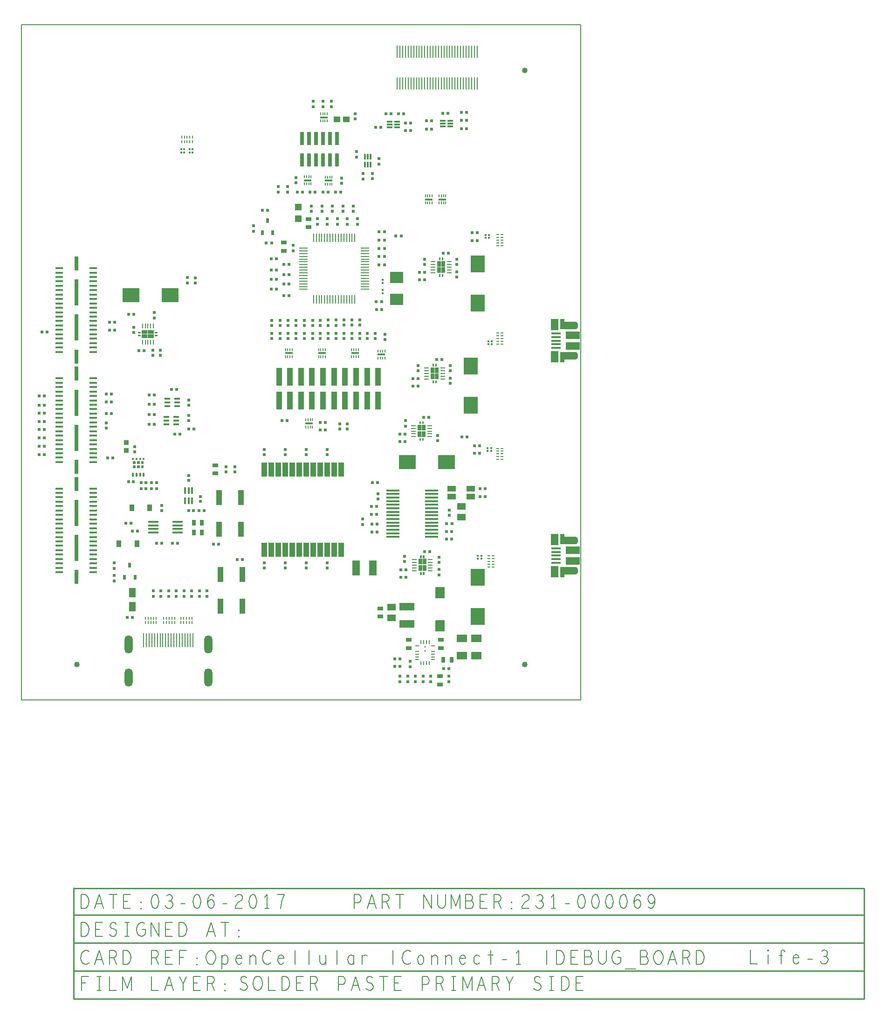
<source format=gbr>
G04 ================== begin FILE IDENTIFICATION RECORD ==================*
G04 Layout Name:  OC_Connect-1_DEBUG_Life-3.brd*
G04 Film Name:    sppr.gbr*
G04 File Format:  Gerber RS274X*
G04 File Origin:  Cadence Allegro 16.6-2015-S065*
G04 Origin Date:  Mon Mar 06 16:55:42 2017*
G04 *
G04 Layer:  PACKAGE GEOMETRY/PASTEMASK_TOP*
G04 Layer:  PIN/PASTEMASK_TOP*
G04 Layer:  DRAWING FORMAT/SPPR*
G04 Layer:  DRAWING FORMAT/FILM_LABEL_OUTLINE*
G04 Layer:  BOARD GEOMETRY/OUTLINE*
G04 *
G04 Offset:    (0.000 0.000)*
G04 Mirror:    No*
G04 Mode:      Positive*
G04 Rotation:  0*
G04 FullContactRelief:  No*
G04 UndefLineWidth:     6.000*
G04 ================== end FILE IDENTIFICATION RECORD ====================*
%FSLAX25Y25*MOIN*%
%IR0*IPPOS*OFA0.00000B0.00000*MIA0B0*SFA1.00000B1.00000*%
%ADD12R,.025X.1*%
%ADD59R,.066929X.07874*%
%ADD51R,.010984X.089488*%
%ADD41R,.11X.055*%
%ADD42R,.055X.11*%
%AMMACRO65*
4,1,23,-.062008,.035925,
.050071,.035925,
.052666,.035031,
.055067,.0337,
.0572,.031973,
.059001,.029901,
.060415,.027548,
.061398,.024985,
.061922,.022291,
.062008,.020645,
.062008,.000397,
.061769,-.002338,
.061058,-.004989,
.059898,-.007477,
.058324,-.009726,
.056383,-.011667,
.054134,-.013242,
.051646,-.014402,
.048995,-.015112,
.047984,-.015257,
-.034449,-.015257,
-.034449,-.035926,
-.062008,-.035926,
-.062008,.035925,
0.0*
%
%ADD65MACRO65*%
%ADD63R,.068898X.015748*%
%ADD15O,.059X.13*%
%AMMACRO66*
4,1,23,-.062008,-.035926,
.050071,-.035926,
.052666,-.035032,
.055067,-.033701,
.0572,-.031974,
.059001,-.029902,
.060415,-.027549,
.061398,-.024986,
.061922,-.022292,
.062008,-.020646,
.062008,-.000398,
.061769,.002337,
.061058,.004988,
.059898,.007476,
.058324,.009725,
.056383,.011666,
.054134,.013241,
.051646,.014401,
.048995,.015111,
.047984,.015256,
-.034449,.015256,
-.034449,.035925,
-.062008,.035925,
-.062008,-.035926,
0.0*
%
%ADD66MACRO66*%
%ADD34R,.04016X.10315*%
%ADD13R,.025X.185*%
%ADD55R,.019X.008*%
%ADD16R,.008X.019*%
%ADD57R,.008661X.014173*%
%ADD46R,.009843X.061024*%
%ADD35R,.040157X.129921*%
%ADD38R,.061024X.009843*%
%ADD32R,.03937X.108268*%
%ADD58R,.008661X.015748*%
%ADD29R,.12X.1*%
%ADD56R,.1X.12*%
%ADD36R,.008661X.019685*%
%ADD53R,.027559X.009843*%
%ADD52R,.009843X.027559*%
%ADD47R,.012X.015*%
%ADD27R,.04X.015*%
%ADD22R,.017X.05*%
%ADD17R,.05X.07*%
%ADD49R,.039X.012*%
%ADD48R,.012X.039*%
%ADD33R,.043X.028*%
%ADD28R,.038X.032*%
%ADD21R,.028X.043*%
%ADD10C,.04*%
%ADD20R,.075X.015*%
%ADD43R,.059X.051*%
%ADD11R,.057X.018*%
%ADD54R,.075X.055*%
%ADD23R,.02X.02*%
%ADD44R,.095X.018*%
%ADD14R,.021X.021*%
%ADD45R,.094X.079*%
%ADD30R,.011024X.033465*%
%ADD60R,.033465X.011024*%
%ADD31R,.011811X.011811*%
%ADD19R,.023622X.033465*%
%ADD26R,.035827X.048031*%
%ADD50R,.045276X.043307*%
%ADD39R,.047244X.047244*%
%ADD64R,.098425X.056102*%
%ADD24R,.016535X.017717*%
%ADD37R,.055118X.015748*%
%ADD62R,.055118X.07874*%
%ADD61R,.059055X.03937*%
%ADD25R,.016535X.027559*%
%ADD40R,.029134X.094488*%
%ADD18R,.011X.102*%
%ADD67C,.01*%
%ADD68C,.006*%
G75*
%LPD*%
G75*
G36*
G01X79563Y170732D02*
Y168764D01*
X81532D01*
Y170732D01*
X79563D01*
G37*
G36*
G01X85468D02*
Y168764D01*
X87437D01*
Y170732D01*
X85468D01*
G37*
G36*
G01X82516D02*
Y168764D01*
X84484D01*
Y170732D01*
X82516D01*
G37*
G36*
G01X79563Y167780D02*
Y165811D01*
X81532D01*
Y167780D01*
X79563D01*
G37*
G36*
G01X82516D02*
Y165811D01*
X84484D01*
Y167780D01*
X82516D01*
G37*
G36*
G01X85468D02*
Y165811D01*
X87437D01*
Y167780D01*
X85468D01*
G37*
G36*
G01X97402Y261012D02*
X95434D01*
Y259988D01*
X97402D01*
Y261012D01*
G37*
G36*
G01Y263012D02*
X95434D01*
Y261988D01*
X97402D01*
Y263012D01*
G37*
G36*
G01X85402D02*
X83434D01*
Y261988D01*
X85402D01*
Y263012D01*
G37*
G36*
G01Y261012D02*
X83434D01*
Y259988D01*
X85402D01*
Y261012D01*
G37*
G36*
G01X94485Y264339D02*
X90418D01*
Y261661D01*
X94485D01*
Y264339D01*
G37*
G36*
G01X89918D02*
X85851D01*
Y261661D01*
X89918D01*
Y264339D01*
G37*
G36*
G01Y261339D02*
X85851D01*
Y258661D01*
X89918D01*
Y261339D01*
G37*
G36*
G01X94485D02*
X90418D01*
Y258661D01*
X94485D01*
Y261339D01*
G37*
G36*
G01X286130Y89416D02*
Y91384D01*
X285106D01*
Y89416D01*
X286130D01*
G37*
G36*
G01X288130D02*
Y91384D01*
X287106D01*
Y89416D01*
X288130D01*
G37*
G36*
G01Y101416D02*
Y103384D01*
X287106D01*
Y101416D01*
X288130D01*
G37*
G36*
G01X286130D02*
Y103384D01*
X285106D01*
Y101416D01*
X286130D01*
G37*
G36*
G01X289457Y92333D02*
Y96400D01*
X286780D01*
Y92333D01*
X289457D01*
G37*
G36*
G01Y96900D02*
Y100967D01*
X286780D01*
Y96900D01*
X289457D01*
G37*
G36*
G01X286457D02*
Y100967D01*
X283780D01*
Y96900D01*
X286457D01*
G37*
G36*
G01Y92333D02*
Y96400D01*
X283780D01*
Y92333D01*
X286457D01*
G37*
G36*
G01X294830Y226316D02*
Y228284D01*
X293806D01*
Y226316D01*
X294830D01*
G37*
G36*
G01X296830D02*
Y228284D01*
X295806D01*
Y226316D01*
X296830D01*
G37*
G36*
G01Y238316D02*
Y240284D01*
X295806D01*
Y238316D01*
X296830D01*
G37*
G36*
G01X294830D02*
Y240284D01*
X293806D01*
Y238316D01*
X294830D01*
G37*
G36*
G01X298157Y229233D02*
Y233300D01*
X295480D01*
Y229233D01*
X298157D01*
G37*
G36*
G01Y233800D02*
Y237867D01*
X295480D01*
Y233800D01*
X298157D01*
G37*
G36*
G01X295157D02*
Y237867D01*
X292480D01*
Y233800D01*
X295157D01*
G37*
G36*
G01Y229233D02*
Y233300D01*
X292480D01*
Y229233D01*
X295157D01*
G37*
G36*
G01X285630Y185216D02*
Y187184D01*
X284606D01*
Y185216D01*
X285630D01*
G37*
G36*
G01X287630D02*
Y187184D01*
X286606D01*
Y185216D01*
X287630D01*
G37*
G36*
G01Y197216D02*
Y199184D01*
X286606D01*
Y197216D01*
X287630D01*
G37*
G36*
G01X285630D02*
Y199184D01*
X284606D01*
Y197216D01*
X285630D01*
G37*
G36*
G01X288957Y188133D02*
Y192200D01*
X286280D01*
Y188133D01*
X288957D01*
G37*
G36*
G01Y192700D02*
Y196767D01*
X286280D01*
Y192700D01*
X288957D01*
G37*
G36*
G01X285957D02*
Y196767D01*
X283280D01*
Y192700D01*
X285957D01*
G37*
G36*
G01Y188133D02*
Y192200D01*
X283280D01*
Y188133D01*
X285957D01*
G37*
G36*
G01X299530Y302316D02*
Y304284D01*
X298506D01*
Y302316D01*
X299530D01*
G37*
G36*
G01X301530D02*
Y304284D01*
X300506D01*
Y302316D01*
X301530D01*
G37*
G36*
G01Y314316D02*
Y316284D01*
X300506D01*
Y314316D01*
X301530D01*
G37*
G36*
G01X299530D02*
Y316284D01*
X298506D01*
Y314316D01*
X299530D01*
G37*
G36*
G01X302857Y305233D02*
Y309300D01*
X300180D01*
Y305233D01*
X302857D01*
G37*
G36*
G01Y309800D02*
Y313867D01*
X300180D01*
Y309800D01*
X302857D01*
G37*
G36*
G01X299857D02*
Y313867D01*
X297180D01*
Y309800D01*
X299857D01*
G37*
G36*
G01Y305233D02*
Y309300D01*
X297180D01*
Y305233D01*
X299857D01*
G37*
G54D10*
X39718Y25300D03*
X360000D03*
Y450000D03*
G54D11*
X51368Y94475D03*
Y97625D03*
Y100775D03*
X27068D03*
Y97625D03*
Y94475D03*
Y91325D03*
X51368D03*
Y103925D03*
X27068D03*
Y107075D03*
X51368D03*
Y116525D03*
Y110225D03*
Y113375D03*
X27068Y135425D03*
Y132275D03*
Y129125D03*
Y125975D03*
Y122825D03*
Y119675D03*
X51368D03*
Y122825D03*
Y125975D03*
Y129125D03*
Y132275D03*
Y135425D03*
X27068Y116525D03*
Y113375D03*
Y110225D03*
Y151175D03*
X51368D03*
X27068Y148025D03*
Y144875D03*
Y141725D03*
Y138575D03*
X51368D03*
Y141725D03*
Y144875D03*
Y148025D03*
Y173225D03*
Y170075D03*
X27068D03*
Y173225D03*
X51368Y195275D03*
Y192125D03*
Y188975D03*
Y185825D03*
Y182675D03*
Y179525D03*
Y176375D03*
X27068D03*
Y179525D03*
Y182675D03*
Y185825D03*
Y188975D03*
Y192125D03*
Y195275D03*
X51368Y226775D03*
Y223625D03*
Y220475D03*
Y217325D03*
Y214175D03*
Y211025D03*
Y207875D03*
Y204725D03*
Y201575D03*
Y198425D03*
X27068D03*
Y201575D03*
Y204725D03*
Y207875D03*
Y211025D03*
Y214175D03*
Y217325D03*
Y220475D03*
Y223625D03*
Y226775D03*
X51368Y229925D03*
X27068D03*
Y274025D03*
Y270875D03*
Y267725D03*
Y264575D03*
Y261425D03*
Y258275D03*
Y255125D03*
Y251975D03*
Y248825D03*
Y305525D03*
Y302375D03*
Y299225D03*
Y296075D03*
Y292925D03*
Y289775D03*
Y286625D03*
Y283475D03*
Y280325D03*
Y277175D03*
Y308675D03*
X51368Y248825D03*
Y251975D03*
Y255125D03*
Y258275D03*
Y261425D03*
Y264575D03*
Y267725D03*
Y270875D03*
Y274025D03*
Y277175D03*
Y280325D03*
Y283475D03*
Y286625D03*
Y289775D03*
Y292925D03*
Y296075D03*
Y299225D03*
Y302375D03*
Y305525D03*
Y308675D03*
G54D20*
X94118Y119700D03*
Y122260D03*
Y124820D03*
Y127380D03*
X111618D03*
Y124820D03*
Y122260D03*
Y119700D03*
G54D30*
X86480Y255706D03*
X88449D03*
X90418D03*
X92387D03*
X94356D03*
Y267294D03*
X92387D03*
X90418D03*
X88449D03*
X86480D03*
G54D21*
X123165Y119800D03*
X129071D03*
X123165Y126800D03*
X129071D03*
X301765Y28700D03*
X307671D03*
G54D12*
X39218Y88000D03*
Y154500D03*
Y166750D03*
Y233250D03*
Y245500D03*
Y312000D03*
G54D40*
X200457Y386156D03*
Y401510D03*
X225457Y386156D03*
X220457D03*
X215457D03*
X210457D03*
X205457D03*
X225457Y401510D03*
X220457D03*
X215457D03*
X210457D03*
X205457D03*
G54D31*
X114434Y391496D03*
X116402D03*
X120434D03*
X122402D03*
X114434Y393858D03*
X116402D03*
X120434D03*
X122402D03*
X326437Y100916D03*
X328799D03*
X326437Y102884D03*
X328799D03*
X333435Y179894D03*
X335797D03*
X333435Y177926D03*
X335797D03*
X334035Y256484D03*
X336397D03*
X334035Y254516D03*
X336397D03*
X331935Y332411D03*
X334297D03*
X331935Y330442D03*
X334297D03*
G54D22*
X119500Y149750D03*
X116950D03*
X122050D03*
Y142250D03*
X119500D03*
X116950D03*
G54D13*
X39218Y108750D03*
Y133750D03*
Y187500D03*
Y212500D03*
Y266250D03*
Y291250D03*
G54D50*
X225453Y415100D03*
X232147D03*
G54D14*
X12643Y175375D03*
X16384D03*
X12643Y217275D03*
X16384D03*
X12643Y193275D03*
X16384D03*
X12643Y199075D03*
X16384D03*
X12643Y204875D03*
X16384D03*
X12643Y210575D03*
X16384D03*
X12643Y181475D03*
X16384D03*
Y187475D03*
X12643D03*
X18289Y263053D03*
X14548D03*
X75548Y59000D03*
X79288D03*
X127118Y74130D03*
Y77870D03*
X110618Y74130D03*
Y77870D03*
X105118Y74130D03*
Y77870D03*
X121618Y74130D03*
Y77870D03*
X116118Y74130D03*
Y77870D03*
X99618Y74130D03*
Y77870D03*
X94118Y74130D03*
Y77870D03*
X66118Y85130D03*
Y88870D03*
Y97870D03*
Y94130D03*
X65320Y172900D03*
X61580D03*
X100288Y112000D03*
X96548D03*
X111520D03*
X107780D03*
X100118Y135330D03*
Y139070D03*
X79248Y120800D03*
X82988D03*
X78370Y126500D03*
X74630D03*
X60500Y194330D03*
Y198070D03*
X64320Y204725D03*
X60580D03*
X95088Y204000D03*
X91348D03*
X119718Y214370D03*
Y210630D03*
X95088Y211500D03*
X91348D03*
X119718Y199630D03*
Y203370D03*
X123289Y193829D03*
X119548D03*
X93918Y246230D03*
X99418D03*
X109648Y190000D03*
X113388D03*
X91348Y197000D03*
X95088D03*
X111088Y222000D03*
X107348D03*
X91348Y218000D03*
X95088D03*
X60580Y212950D03*
X64320D03*
X60580Y218550D03*
X64320D03*
X76448Y275800D03*
X80188D03*
X124318Y298030D03*
Y301770D03*
X118518Y298130D03*
Y301870D03*
X83848Y249700D03*
X87588D03*
X80418Y266370D03*
Y262630D03*
X93918Y249970D03*
X99418D03*
X94918Y276870D03*
Y273130D03*
X62912Y264250D03*
X66652D03*
X62912Y270050D03*
X66652D03*
X132618Y74130D03*
Y77870D03*
X157870Y100500D03*
X154130D03*
X173718Y94230D03*
Y97970D03*
X188718Y94230D03*
Y97970D03*
X203718Y94230D03*
Y97970D03*
X146118Y163030D03*
Y166770D03*
X152618Y163030D03*
Y166770D03*
X188718Y175330D03*
X203718D03*
X173718D03*
X140870Y111500D03*
X137130D03*
X188718Y179070D03*
X203718D03*
X173718D03*
X189988Y199600D03*
X186248D03*
X185018Y271370D03*
Y267630D03*
X196318Y271470D03*
Y267730D03*
X202218Y261970D03*
Y258230D03*
X196318Y261970D03*
Y258230D03*
X179018Y262070D03*
Y258330D03*
X184892Y262070D03*
Y258330D03*
X190718Y261970D03*
Y258230D03*
X187448Y311253D03*
X191188D03*
X178548Y307400D03*
X182288D03*
X202218Y267730D03*
Y271470D03*
X179018Y267630D03*
Y271370D03*
X190718Y267730D03*
Y271470D03*
X187448Y304200D03*
X191188D03*
X187448Y289200D03*
X191188D03*
X178548Y293800D03*
X182288D03*
X187548Y297473D03*
X191288D03*
X178548Y300600D03*
X182288D03*
X178548Y315400D03*
X182288D03*
X194218Y324934D03*
Y321194D03*
X190269Y363130D03*
Y366870D03*
X183769Y363130D03*
Y366870D03*
X197130Y363000D03*
X200870D03*
X196200Y373370D03*
Y369630D03*
X175888Y350100D03*
X172148D03*
X165918Y338870D03*
Y335130D03*
X178788Y326700D03*
X175048D03*
X270588Y24000D03*
X266848D03*
Y29500D03*
X270588D03*
X270718Y16870D03*
Y13130D03*
X276218D03*
Y16870D03*
X274018Y102770D03*
Y99030D03*
X218718Y94230D03*
Y97970D03*
X274888Y93200D03*
X271148D03*
X274888Y87700D03*
X271148D03*
X218718Y175330D03*
X254818Y147470D03*
Y143730D03*
X250548Y120100D03*
X254288D03*
X250248Y138400D03*
X253988D03*
X250948Y155500D03*
X254688D03*
X250548Y125700D03*
X254288D03*
X250248Y132800D03*
X253988D03*
X244018Y125530D03*
Y129270D03*
X218718Y179070D03*
X274518Y199570D03*
Y195830D03*
X233018Y193630D03*
Y197370D03*
X227518D03*
Y193630D03*
X217388Y198500D03*
X213648D03*
X217388Y193000D03*
X213648D03*
X274388Y184700D03*
X270648D03*
X274388Y190200D03*
X270648D03*
X224918Y271570D03*
Y267830D03*
X213518Y271470D03*
Y267730D03*
X208118Y271470D03*
Y267730D03*
X241937Y271720D03*
Y267980D03*
X236437Y271720D03*
Y267980D03*
X253848Y278900D03*
X257588D03*
X257488Y284700D03*
X253748D03*
X224918Y261970D03*
Y258230D03*
X213518Y261970D03*
Y258230D03*
X208118Y261970D03*
Y258230D03*
X259918Y257630D03*
Y261370D03*
X252918Y258230D03*
Y261970D03*
X247418Y258230D03*
Y261970D03*
X236418Y258230D03*
Y261970D03*
X230718Y258230D03*
Y261970D03*
X255748Y316900D03*
X259488D03*
X255748Y311121D03*
X259488D03*
X219218Y267830D03*
Y271570D03*
Y261970D03*
Y258230D03*
X241918Y261970D03*
Y258230D03*
X230718Y267930D03*
Y271670D03*
X255500Y386870D03*
Y383130D03*
X244300Y372530D03*
Y376270D03*
X251000Y372630D03*
Y376370D03*
X239500Y391870D03*
Y388130D03*
X215462Y363000D03*
X219202D03*
X228800Y373070D03*
Y369330D03*
X228370Y363000D03*
X224630D03*
X209870D03*
X206130D03*
X255748Y322800D03*
X259488D03*
X218697Y343870D03*
Y340130D03*
X229918Y349430D03*
Y353170D03*
X233018Y340130D03*
Y343870D03*
X237418Y349430D03*
Y353170D03*
X240118Y340130D03*
Y343870D03*
X214918Y353170D03*
Y349430D03*
X211718Y343870D03*
Y340130D03*
X207418Y353170D03*
Y349430D03*
X259488Y328700D03*
X255748D03*
X271488Y331700D03*
X267748D03*
X259488Y334700D03*
X255748D03*
X225918Y343870D03*
Y340130D03*
X222418Y353170D03*
Y349430D03*
X260630Y419000D03*
X264370D03*
X273370D03*
X269630D03*
X238600Y415230D03*
Y418970D03*
X274630Y412500D03*
Y407000D03*
X253130Y409500D03*
X256870D03*
X208744Y424130D03*
Y427870D03*
X221744Y424130D03*
Y427870D03*
X215457Y424130D03*
Y427870D03*
X277918Y23830D03*
Y27570D03*
X292718Y13130D03*
Y16870D03*
X305718D03*
Y13130D03*
X287218Y16870D03*
Y13130D03*
X305588Y22500D03*
X301848D03*
X281718Y16870D03*
Y13130D03*
X298518Y102170D03*
Y98430D03*
Y89530D03*
Y93270D03*
X306018Y135670D03*
Y131930D03*
X291920Y106100D03*
X288180D03*
X327836Y145428D03*
X331576D03*
X327836Y150928D03*
X331576D03*
X303999Y114877D03*
X307739D03*
X304018Y120403D03*
X307758D03*
X304048Y126000D03*
X307788D03*
X318688Y188200D03*
X314948D03*
X306718Y239170D03*
Y235430D03*
X283718Y239070D03*
Y235330D03*
X306718Y226430D03*
Y230170D03*
X291420Y202200D03*
X287680D03*
X283588Y229800D03*
X279848D03*
X283588Y224300D03*
X279848D03*
X323846Y176227D03*
X327586D03*
X323846Y181827D03*
X327586D03*
X300620Y243300D03*
X296880D03*
X297518Y185330D03*
Y189070D03*
X311418Y315170D03*
Y311430D03*
X288418Y315070D03*
Y311330D03*
X288288Y305800D03*
X284548D03*
X288288Y300300D03*
X284548D03*
X311418Y302430D03*
Y306170D03*
X305320Y319300D03*
X301580D03*
X322146Y334000D03*
X325886D03*
X322146Y328500D03*
X325886D03*
X318370Y408500D03*
X314630D03*
X289630Y408000D03*
X293370D03*
X278370Y412500D03*
Y407000D03*
X318370Y420000D03*
X314630D03*
X289630Y414000D03*
X293370D03*
X301342Y419500D03*
X305083D03*
X318370Y414500D03*
X314630D03*
G54D23*
X93000Y155500D03*
X96500D03*
X85500D03*
X89000D03*
X80000Y156000D03*
X76500D03*
X89000Y151000D03*
X85500D03*
X130500Y135500D03*
X127000D03*
X119500Y160500D03*
Y157000D03*
X128000Y145500D03*
Y142000D03*
X123000Y135500D03*
X119500D03*
X96500Y151000D03*
X93000D03*
X81000Y177500D03*
Y181000D03*
G54D32*
X157874Y89819D03*
Y67181D03*
X142126Y89819D03*
Y67181D03*
X141126Y122181D03*
Y144819D03*
X156874Y122181D03*
Y144819D03*
G54D41*
X275718Y66602D03*
Y54398D03*
G54D24*
X79661Y172504D03*
X82221D03*
X84780D03*
X87339D03*
G54D60*
X280824Y100338D03*
Y98369D03*
Y96400D03*
Y94431D03*
Y92462D03*
X292412D03*
Y94431D03*
Y96400D03*
Y98369D03*
Y100338D03*
X289524Y237238D03*
Y235269D03*
Y233300D03*
Y231331D03*
Y229362D03*
X301112D03*
Y231331D03*
Y233300D03*
Y235269D03*
Y237238D03*
X280324Y196138D03*
Y194169D03*
Y192200D03*
Y190231D03*
Y188262D03*
X291912D03*
Y190231D03*
Y192200D03*
Y194169D03*
Y196138D03*
X294224Y313238D03*
Y311269D03*
Y309300D03*
Y307331D03*
Y305362D03*
X305812D03*
Y307331D03*
Y309300D03*
Y311269D03*
Y313238D03*
G54D33*
X138468Y167853D03*
Y161947D03*
X205118Y343853D03*
Y337947D03*
X187718Y321111D03*
Y327017D03*
X256718Y65453D03*
Y59547D03*
X276918Y37008D03*
Y42914D03*
X299218Y11047D03*
Y16953D03*
X300002Y37008D03*
Y42914D03*
G54D15*
X133561Y16103D03*
X76475D03*
X133561Y39567D03*
X76475D03*
G54D42*
X239116Y94500D03*
X251320D03*
G54D51*
X274599Y463376D03*
X272631D03*
X270662D03*
X268694D03*
X274599Y440824D03*
X272631D03*
X270662D03*
X268694D03*
X325780Y463376D03*
X323812D03*
X321843D03*
X319875D03*
X317906D03*
X315938D03*
X313969D03*
X312001D03*
X310032D03*
X308064D03*
X306095D03*
X304127D03*
X302158D03*
X300190D03*
X298221D03*
X296253D03*
X294284D03*
X292316D03*
X290347D03*
X288379D03*
X286410D03*
X284442D03*
X282473D03*
X280505D03*
X278536D03*
X276568D03*
X325780Y440824D03*
X323812D03*
X321843D03*
X319875D03*
X317906D03*
X315938D03*
X313969D03*
X312001D03*
X310032D03*
X308064D03*
X306095D03*
X304127D03*
X302158D03*
X300190D03*
X298221D03*
X296253D03*
X294284D03*
X292316D03*
X290347D03*
X288379D03*
X286410D03*
X284442D03*
X282473D03*
X280505D03*
X278536D03*
X276568D03*
G54D25*
X79661Y160988D03*
X82221D03*
X84780D03*
X87339D03*
G54D61*
X321294Y150925D03*
Y145425D03*
X307494Y150925D03*
Y145425D03*
G54D43*
X264718Y66437D03*
Y58563D03*
X314718Y130563D03*
Y138437D03*
G54D52*
X285665Y26320D03*
X287634D03*
X289602D03*
X291571D03*
X285665Y41280D03*
X287634D03*
X289602D03*
X291571D03*
G54D16*
X121855Y58426D03*
X119887D03*
X117918D03*
X115949D03*
X113981D03*
Y55374D03*
X115949D03*
X117918D03*
X119887D03*
X121855D03*
X88509D03*
X90477D03*
X92446D03*
X94415D03*
X96383D03*
Y58426D03*
X94415D03*
X92446D03*
X90477D03*
X88509D03*
X101745Y55374D03*
X103713D03*
X105682D03*
X107651D03*
X109619D03*
Y58426D03*
X107651D03*
X105682D03*
X103713D03*
X101745D03*
X122355Y402203D03*
X120387D03*
X118418D03*
X116449D03*
X114481D03*
Y399151D03*
X116449D03*
X118418D03*
X120387D03*
X122355D03*
G54D34*
X173718Y164600D03*
X178718D03*
X183718D03*
X188718D03*
X193718D03*
X198718D03*
X203718D03*
Y107400D03*
X198718D03*
X193718D03*
X188718D03*
X183718D03*
X178718D03*
X173718D03*
X208718Y164600D03*
X213718D03*
X218718D03*
X223718D03*
X228718D03*
Y107400D03*
X223718D03*
X218718D03*
X213718D03*
X208718D03*
G54D62*
X381420Y91786D03*
Y114620D03*
Y245386D03*
Y268220D03*
G54D26*
X82555Y111800D03*
X69681D03*
X91755Y137300D03*
X78881D03*
G54D44*
X265639Y149834D03*
Y147275D03*
Y144716D03*
Y142157D03*
Y139598D03*
Y137039D03*
Y134480D03*
Y131920D03*
Y129361D03*
Y126802D03*
Y124243D03*
Y121684D03*
Y119125D03*
Y116566D03*
X293198D03*
Y119125D03*
Y121684D03*
Y124243D03*
Y126802D03*
Y129361D03*
Y131920D03*
Y134480D03*
Y137039D03*
Y139598D03*
Y142157D03*
Y144716D03*
Y147275D03*
Y149834D03*
G54D17*
X79418Y76800D03*
Y66800D03*
G54D53*
X283106Y28879D03*
X294130D03*
X283106Y30847D03*
Y32816D03*
Y34784D03*
Y38721D03*
X294130Y30847D03*
Y32816D03*
Y34784D03*
Y38721D03*
G54D35*
X199866Y214100D03*
X191992D03*
X184118D03*
X199866Y230911D03*
X191992D03*
X184118D03*
X254984Y214100D03*
X247110D03*
X239236D03*
X231362D03*
X223488D03*
X215614D03*
X207740D03*
X254984Y230911D03*
X247110D03*
X239236D03*
X231362D03*
X223488D03*
X215614D03*
X207740D03*
G54D18*
X87302Y42559D03*
X89270D03*
X91239D03*
X93207D03*
X95176D03*
X97144D03*
X99113D03*
X101081D03*
X103050D03*
X105018D03*
X106987D03*
X108955D03*
X110924D03*
X112892D03*
X114861D03*
X116829D03*
X118798D03*
X120766D03*
X122735D03*
G54D45*
X268318Y286226D03*
Y301974D03*
G54D54*
X325318Y31798D03*
X314818Y31698D03*
X325318Y44002D03*
X314818Y43902D03*
G54D27*
X110718Y202300D03*
Y199740D03*
Y197180D03*
X103718D03*
Y199740D03*
Y202300D03*
X104218Y210200D03*
Y212760D03*
Y215320D03*
X111218D03*
Y212760D03*
Y210200D03*
G54D36*
X193567Y245380D03*
X191992D03*
X190417D03*
X188842D03*
X203356Y200220D03*
Y195180D03*
X193567Y250420D03*
X191992D03*
X190417D03*
X188842D03*
X203882Y374020D03*
Y368980D03*
X202307Y374020D03*
Y368980D03*
X255056Y244480D03*
X256631D03*
X258206D03*
X259780D03*
X217189Y245380D03*
X215614D03*
X214039D03*
X212465D03*
X240811D03*
X239236D03*
X237661D03*
X236087D03*
X208080Y200220D03*
Y195180D03*
X206506Y200220D03*
Y195180D03*
X204931Y200220D03*
Y195180D03*
X255056Y249520D03*
X256631D03*
X258206D03*
X259780D03*
X217189Y250420D03*
X215614D03*
X214039D03*
X212465D03*
X240811D03*
X239236D03*
X237661D03*
X236087D03*
X207031Y374020D03*
Y368980D03*
X205457Y374020D03*
Y368980D03*
X222031Y373769D03*
Y368730D03*
X220457Y373769D03*
Y368730D03*
X218882Y373769D03*
Y368730D03*
X217307Y373769D03*
Y368730D03*
X213882Y413980D03*
Y419020D03*
X215457Y413980D03*
Y419020D03*
X217031Y413980D03*
Y419020D03*
X218606Y413980D03*
Y419020D03*
X293580Y360320D03*
Y355280D03*
X292006Y360320D03*
Y355280D03*
X290431Y360320D03*
Y355280D03*
X288856Y360320D03*
Y355280D03*
X303380Y360320D03*
Y355280D03*
X301806Y360320D03*
Y355280D03*
X300231Y360320D03*
Y355280D03*
X298656Y360320D03*
Y355280D03*
G54D63*
X382227Y98085D03*
Y100644D03*
Y108321D03*
Y105762D03*
Y103203D03*
Y261921D03*
Y259362D03*
Y251685D03*
Y254244D03*
Y256803D03*
G54D37*
X205718Y197700D03*
X191205Y247900D03*
X204669Y371500D03*
X257418Y247000D03*
X214827Y247900D03*
X238449D03*
X219669Y371250D03*
X216244Y416500D03*
X291218Y357800D03*
X301018D03*
G54D64*
X394136Y99414D03*
Y106993D03*
Y260593D03*
Y253014D03*
G54D19*
X73678Y87565D03*
X81158D03*
X77418Y96226D03*
X172278Y334165D03*
X179758D03*
X176018Y342826D03*
G54D28*
X75000Y178500D03*
Y184100D03*
G54D46*
X238382Y286253D03*
X236413D03*
X234445D03*
X232476D03*
X230508D03*
X228539D03*
X226571D03*
X224602D03*
X222634D03*
X220665D03*
X218697D03*
X216728D03*
X214760D03*
X212791D03*
X210823D03*
X208854D03*
Y330347D03*
X210823D03*
X212791D03*
X214760D03*
X216728D03*
X218697D03*
X220665D03*
X222634D03*
X224602D03*
X226571D03*
X228539D03*
X230508D03*
X232476D03*
X234445D03*
X236413D03*
X238382D03*
G54D55*
X334192Y100969D03*
Y99000D03*
Y97031D03*
Y95063D03*
X337244D03*
Y97031D03*
Y99000D03*
Y100969D03*
X334192Y102937D03*
X337244D03*
X340490Y173958D03*
Y171990D03*
X343542D03*
Y173958D03*
X340490Y179864D03*
Y177896D03*
Y175926D03*
X343542D03*
Y177896D03*
Y179864D03*
Y254463D03*
Y256431D03*
Y258400D03*
Y260369D03*
Y262337D03*
X340490D03*
Y260369D03*
Y258400D03*
Y256431D03*
Y254463D03*
Y332564D03*
Y330596D03*
Y328626D03*
Y326658D03*
Y324690D03*
X343542D03*
Y326658D03*
Y328626D03*
Y330596D03*
Y332564D03*
G54D47*
X258318Y293000D03*
Y290600D03*
Y298000D03*
Y300400D03*
G54D56*
X326318Y87700D03*
Y59700D03*
X321318Y238700D03*
Y210700D03*
X326118Y311800D03*
Y283800D03*
G54D29*
X78418Y289500D03*
X106418D03*
X275818Y170200D03*
X303818D03*
G54D38*
X201571Y293536D03*
Y295505D03*
Y297473D03*
Y299442D03*
Y301410D03*
Y303379D03*
Y305347D03*
Y307316D03*
Y309284D03*
Y311253D03*
Y313221D03*
Y315190D03*
Y317158D03*
Y319127D03*
Y321095D03*
Y323064D03*
X245665Y319127D03*
Y317158D03*
Y315190D03*
Y313221D03*
Y311253D03*
Y309284D03*
Y307316D03*
Y305347D03*
Y303379D03*
Y301410D03*
Y299442D03*
Y297473D03*
Y295505D03*
Y293536D03*
Y323064D03*
Y321095D03*
G54D65*
X391479Y91442D03*
Y245042D03*
G54D39*
X197818Y352234D03*
Y343966D03*
G54D48*
X249468Y388256D03*
X247500D03*
X245532D03*
Y382744D03*
X247500D03*
X249468D03*
G54D57*
X288618Y35001D03*
G54D66*
X391479Y114965D03*
Y268565D03*
G54D67*
G01X37218Y-193700D02*
X602518D01*
G01X37218Y-213700D02*
X602718D01*
Y-134771D01*
G01X37218Y-134300D02*
Y-213700D01*
G01Y-173700D02*
X602718D01*
G01X37218Y-134500D02*
X602718D01*
G01X37218Y-153700D02*
X602618D01*
G54D49*
X263244Y413468D03*
Y411500D03*
Y409532D03*
X268756D03*
Y411500D03*
Y413468D03*
X306756Y410031D03*
Y412000D03*
Y413968D03*
X301244D03*
Y412000D03*
Y410031D03*
G54D58*
X288618Y38032D03*
G54D68*
G01X43093Y-207500D02*
Y-197500D01*
X47843D01*
G01X46093Y-202333D02*
X43093D01*
G01X53968Y-197500D02*
X56968D01*
G01X55468D02*
Y-207500D01*
G01X53968D02*
X56968D01*
G01X62968Y-197500D02*
Y-207500D01*
X67968D01*
G01X72218D02*
Y-197500D01*
X75468Y-205833D01*
X78718Y-197500D01*
Y-207500D01*
G01X92968Y-197500D02*
Y-207500D01*
X97968D01*
G01X102343D02*
X105468Y-197500D01*
X108593Y-207500D01*
G01X107468Y-204000D02*
X103468D01*
G01X115468Y-207500D02*
Y-203000D01*
X112968Y-197500D01*
G01X117968D02*
X115468Y-203000D01*
G01X127968Y-207500D02*
X122968D01*
Y-197500D01*
X127968D01*
G01X125968Y-202333D02*
X122968D01*
G01X132968Y-207500D02*
Y-197500D01*
X136093D01*
X137093Y-198000D01*
X137718Y-198667D01*
X137968Y-200000D01*
X137718Y-201333D01*
X136968Y-202167D01*
X136093Y-202667D01*
X132968D01*
G01X136093D02*
X137968Y-207500D01*
G01X145468Y-207833D02*
X145218Y-207667D01*
Y-207333D01*
X145468Y-207167D01*
X145718Y-207333D01*
Y-207667D01*
X145468Y-207833D01*
G01Y-203334D02*
X145218Y-203167D01*
Y-202833D01*
X145468Y-202667D01*
X145718Y-202833D01*
Y-203167D01*
X145468Y-203334D01*
G01X48218Y-179834D02*
X47468Y-179333D01*
X46593Y-179000D01*
X45593D01*
X44468Y-179500D01*
X43593Y-180333D01*
X42968Y-181333D01*
X42468Y-183000D01*
X42343Y-184500D01*
X42593Y-186000D01*
X42968Y-187000D01*
X43718Y-188000D01*
X44593Y-188667D01*
X45468Y-189000D01*
X46343D01*
X47218Y-188667D01*
X47968Y-188167D01*
X48593Y-187500D01*
G01X52343Y-189000D02*
X55468Y-179000D01*
X58593Y-189000D01*
G01X57468Y-185500D02*
X53468D01*
G01X62968Y-189000D02*
Y-179000D01*
X66093D01*
X67093Y-179500D01*
X67718Y-180167D01*
X67968Y-181500D01*
X67718Y-182833D01*
X66968Y-183667D01*
X66093Y-184167D01*
X62968D01*
G01X66093D02*
X67968Y-189000D01*
G01X72718D02*
Y-179000D01*
X75218D01*
X76218Y-179500D01*
X76968Y-180167D01*
X77593Y-181166D01*
X78093Y-182334D01*
X78218Y-184000D01*
X78093Y-185667D01*
X77593Y-186834D01*
X76968Y-187834D01*
X76218Y-188500D01*
X75218Y-189000D01*
X72718D01*
G01X92968D02*
Y-179000D01*
X96093D01*
X97093Y-179500D01*
X97718Y-180167D01*
X97968Y-181500D01*
X97718Y-182833D01*
X96968Y-183667D01*
X96093Y-184167D01*
X92968D01*
G01X96093D02*
X97968Y-189000D01*
G01X107968D02*
X102968D01*
Y-179000D01*
X107968D01*
G01X105968Y-183833D02*
X102968D01*
G01X113093Y-189000D02*
Y-179000D01*
X117843D01*
G01X116093Y-183833D02*
X113093D01*
G01X125468Y-189333D02*
X125218Y-189167D01*
Y-188833D01*
X125468Y-188667D01*
X125718Y-188833D01*
Y-189167D01*
X125468Y-189333D01*
G01Y-184834D02*
X125218Y-184667D01*
Y-184333D01*
X125468Y-184167D01*
X125718Y-184333D01*
Y-184667D01*
X125468Y-184834D01*
G01X135468Y-189000D02*
X134468Y-188833D01*
X133593Y-188167D01*
X132843Y-187167D01*
X132343Y-186000D01*
X132093Y-184667D01*
Y-183333D01*
X132343Y-182000D01*
X132843Y-180833D01*
X133593Y-179834D01*
X134468Y-179167D01*
X135468Y-179000D01*
X136468Y-179167D01*
X137343Y-179834D01*
X138093Y-180833D01*
X138593Y-182000D01*
X138843Y-183333D01*
Y-184667D01*
X138593Y-186000D01*
X138093Y-187167D01*
X137343Y-188167D01*
X136468Y-188833D01*
X135468Y-189000D01*
G01X143218Y-192333D02*
Y-182334D01*
G01Y-183833D02*
X143843Y-183000D01*
X144468Y-182500D01*
X145468Y-182334D01*
X146343Y-182500D01*
X147218Y-183333D01*
X147593Y-184500D01*
X147718Y-185667D01*
X147593Y-186834D01*
X147218Y-188000D01*
X146468Y-188667D01*
X145468Y-189000D01*
X144593Y-188833D01*
X143718Y-188334D01*
X143218Y-187667D01*
G01X153593Y-184500D02*
X157593D01*
X157218Y-183333D01*
X156593Y-182667D01*
X155718Y-182334D01*
X154843Y-182500D01*
X154093Y-183000D01*
X153593Y-184167D01*
X153343Y-185167D01*
Y-186167D01*
X153593Y-187167D01*
X154218Y-188167D01*
X154968Y-188833D01*
X155843Y-189000D01*
X156718Y-188667D01*
X157593Y-187667D01*
G01X163343Y-189000D02*
Y-182334D01*
G01Y-184000D02*
X163843Y-183167D01*
X164593Y-182500D01*
X165593Y-182334D01*
X166468Y-182500D01*
X167218Y-183167D01*
X167593Y-184333D01*
Y-189000D01*
G01X178218Y-179834D02*
X177468Y-179333D01*
X176593Y-179000D01*
X175593D01*
X174468Y-179500D01*
X173593Y-180333D01*
X172968Y-181333D01*
X172468Y-183000D01*
X172343Y-184500D01*
X172593Y-186000D01*
X172968Y-187000D01*
X173718Y-188000D01*
X174593Y-188667D01*
X175468Y-189000D01*
X176343D01*
X177218Y-188667D01*
X177968Y-188167D01*
X178593Y-187500D01*
G01X183593Y-184500D02*
X187593D01*
X187218Y-183333D01*
X186593Y-182667D01*
X185718Y-182334D01*
X184843Y-182500D01*
X184093Y-183000D01*
X183593Y-184167D01*
X183343Y-185167D01*
Y-186167D01*
X183593Y-187167D01*
X184218Y-188167D01*
X184968Y-188833D01*
X185843Y-189000D01*
X186718Y-188667D01*
X187593Y-187667D01*
G01X195468Y-189000D02*
Y-179000D01*
G01X205468Y-189000D02*
Y-179000D01*
G01X213343Y-182334D02*
Y-187000D01*
X213843Y-188167D01*
X214593Y-188833D01*
X215468Y-189000D01*
X216343Y-188833D01*
X217093Y-188167D01*
X217593Y-187000D01*
G01Y-189000D02*
Y-182334D01*
G01X225468Y-189000D02*
Y-179000D01*
G01X237718Y-189000D02*
Y-182334D01*
G01Y-183500D02*
X237218Y-182833D01*
X236468Y-182500D01*
X235593Y-182334D01*
X234718Y-182667D01*
X233968Y-183333D01*
X233468Y-184333D01*
X233218Y-185667D01*
X233468Y-187000D01*
X233968Y-188000D01*
X234718Y-188667D01*
X235593Y-189000D01*
X236468Y-188833D01*
X237218Y-188334D01*
X237718Y-187667D01*
G01X243718Y-189000D02*
Y-182334D01*
G01Y-183667D02*
X244343Y-183000D01*
X244968Y-182500D01*
X245843Y-182334D01*
X246468Y-182500D01*
X247218Y-183000D01*
G01X265468Y-189000D02*
Y-179000D01*
G01X278218Y-179834D02*
X277468Y-179333D01*
X276593Y-179000D01*
X275593D01*
X274468Y-179500D01*
X273593Y-180333D01*
X272968Y-181333D01*
X272468Y-183000D01*
X272343Y-184500D01*
X272593Y-186000D01*
X272968Y-187000D01*
X273718Y-188000D01*
X274593Y-188667D01*
X275468Y-189000D01*
X276343D01*
X277218Y-188667D01*
X277968Y-188167D01*
X278593Y-187500D01*
G01X285468Y-189000D02*
X284718Y-188833D01*
X283968Y-188167D01*
X283468Y-187000D01*
X283218Y-185667D01*
X283468Y-184333D01*
X283968Y-183167D01*
X284718Y-182500D01*
X285468Y-182334D01*
X286218Y-182500D01*
X286968Y-183167D01*
X287468Y-184333D01*
X287593Y-185667D01*
X287468Y-187000D01*
X286968Y-188167D01*
X286218Y-188833D01*
X285468Y-189000D01*
G01X293343D02*
Y-182334D01*
G01Y-184000D02*
X293843Y-183167D01*
X294593Y-182500D01*
X295593Y-182334D01*
X296468Y-182500D01*
X297218Y-183167D01*
X297593Y-184333D01*
Y-189000D01*
G01X303343D02*
Y-182334D01*
G01Y-184000D02*
X303843Y-183167D01*
X304593Y-182500D01*
X305593Y-182334D01*
X306468Y-182500D01*
X307218Y-183167D01*
X307593Y-184333D01*
Y-189000D01*
G01X313593Y-184500D02*
X317593D01*
X317218Y-183333D01*
X316593Y-182667D01*
X315718Y-182334D01*
X314843Y-182500D01*
X314093Y-183000D01*
X313593Y-184167D01*
X313343Y-185167D01*
Y-186167D01*
X313593Y-187167D01*
X314218Y-188167D01*
X314968Y-188833D01*
X315843Y-189000D01*
X316718Y-188667D01*
X317593Y-187667D01*
G01X327468Y-183167D02*
X326593Y-182500D01*
X325843Y-182334D01*
X324843Y-182667D01*
X324093Y-183333D01*
X323593Y-184500D01*
X323468Y-185667D01*
X323593Y-186834D01*
X324093Y-187834D01*
X324843Y-188667D01*
X325843Y-189000D01*
X326718Y-188667D01*
X327468Y-188000D01*
G01X335468Y-179000D02*
Y-189000D01*
G01X333718Y-182334D02*
X337218D01*
G01X343843Y-185667D02*
X347093D01*
G01X355468Y-189000D02*
Y-179000D01*
X353968Y-181000D01*
G01Y-189000D02*
X356968D01*
G01X375468D02*
Y-179000D01*
G01X382718Y-189000D02*
Y-179000D01*
X385218D01*
X386218Y-179500D01*
X386968Y-180167D01*
X387593Y-181166D01*
X388093Y-182334D01*
X388218Y-184000D01*
X388093Y-185667D01*
X387593Y-186834D01*
X386968Y-187834D01*
X386218Y-188500D01*
X385218Y-189000D01*
X382718D01*
G01X397968D02*
X392968D01*
Y-179000D01*
X397968D01*
G01X395968Y-183833D02*
X392968D01*
G01X406468Y-183667D02*
X406968Y-183167D01*
X407343Y-182334D01*
X407593Y-181166D01*
X407343Y-180167D01*
X406843Y-179500D01*
X405968Y-179000D01*
X402593D01*
Y-189000D01*
X406718D01*
X407593Y-188334D01*
X408093Y-187333D01*
X408343Y-186167D01*
X408093Y-185000D01*
X407343Y-184000D01*
X406468Y-183667D01*
X402593D01*
G01X412718Y-179000D02*
Y-186167D01*
X413218Y-187667D01*
X414218Y-188667D01*
X415468Y-189000D01*
X416718Y-188667D01*
X417718Y-187667D01*
X418218Y-186167D01*
Y-179000D01*
G01X426218Y-184000D02*
X428718D01*
Y-187000D01*
X427968Y-188000D01*
X427093Y-188667D01*
X425843Y-189000D01*
X424593Y-188667D01*
X423718Y-188000D01*
X422968Y-187000D01*
X422468Y-185833D01*
X422218Y-184500D01*
Y-183333D01*
X422468Y-182334D01*
X422968Y-181166D01*
X423718Y-180167D01*
X424468Y-179500D01*
X425468Y-179000D01*
X426343D01*
X427343Y-179333D01*
X428093Y-180000D01*
G01X431718Y-192333D02*
X439218D01*
G01X446468Y-183667D02*
X446968Y-183167D01*
X447343Y-182334D01*
X447593Y-181166D01*
X447343Y-180167D01*
X446843Y-179500D01*
X445968Y-179000D01*
X442593D01*
Y-189000D01*
X446718D01*
X447593Y-188334D01*
X448093Y-187333D01*
X448343Y-186167D01*
X448093Y-185000D01*
X447343Y-184000D01*
X446468Y-183667D01*
X442593D01*
G01X455468Y-189000D02*
X454468Y-188833D01*
X453593Y-188167D01*
X452843Y-187167D01*
X452343Y-186000D01*
X452093Y-184667D01*
Y-183333D01*
X452343Y-182000D01*
X452843Y-180833D01*
X453593Y-179834D01*
X454468Y-179167D01*
X455468Y-179000D01*
X456468Y-179167D01*
X457343Y-179834D01*
X458093Y-180833D01*
X458593Y-182000D01*
X458843Y-183333D01*
Y-184667D01*
X458593Y-186000D01*
X458093Y-187167D01*
X457343Y-188167D01*
X456468Y-188833D01*
X455468Y-189000D01*
G01X462343D02*
X465468Y-179000D01*
X468593Y-189000D01*
G01X467468Y-185500D02*
X463468D01*
G01X472968Y-189000D02*
Y-179000D01*
X476093D01*
X477093Y-179500D01*
X477718Y-180167D01*
X477968Y-181500D01*
X477718Y-182833D01*
X476968Y-183667D01*
X476093Y-184167D01*
X472968D01*
G01X476093D02*
X477968Y-189000D01*
G01X482718D02*
Y-179000D01*
X485218D01*
X486218Y-179500D01*
X486968Y-180167D01*
X487593Y-181166D01*
X488093Y-182334D01*
X488218Y-184000D01*
X488093Y-185667D01*
X487593Y-186834D01*
X486968Y-187834D01*
X486218Y-188500D01*
X485218Y-189000D01*
X482718D01*
G01X42718Y-149000D02*
Y-139000D01*
X45218D01*
X46218Y-139500D01*
X46968Y-140167D01*
X47593Y-141166D01*
X48093Y-142334D01*
X48218Y-144000D01*
X48093Y-145667D01*
X47593Y-146834D01*
X46968Y-147834D01*
X46218Y-148500D01*
X45218Y-149000D01*
X42718D01*
G01X52343D02*
X55468Y-139000D01*
X58593Y-149000D01*
G01X57468Y-145500D02*
X53468D01*
G01X65468Y-139000D02*
Y-149000D01*
G01X62593Y-139000D02*
X68343D01*
G01X77968Y-149000D02*
X72968D01*
Y-139000D01*
X77968D01*
G01X75968Y-143833D02*
X72968D01*
G01X85468Y-149333D02*
X85218Y-149167D01*
Y-148833D01*
X85468Y-148667D01*
X85718Y-148833D01*
Y-149167D01*
X85468Y-149333D01*
G01Y-144834D02*
X85218Y-144667D01*
Y-144333D01*
X85468Y-144167D01*
X85718Y-144333D01*
Y-144667D01*
X85468Y-144834D01*
G01X95468Y-139000D02*
X94468Y-139333D01*
X93718Y-140167D01*
X93218Y-141166D01*
X92843Y-142500D01*
X92718Y-144000D01*
X92843Y-145500D01*
X93218Y-146834D01*
X93718Y-147834D01*
X94468Y-148667D01*
X95468Y-149000D01*
X96468Y-148667D01*
X97218Y-147834D01*
X97718Y-146834D01*
X98093Y-145500D01*
X98218Y-144000D01*
X98093Y-142500D01*
X97718Y-141166D01*
X97218Y-140167D01*
X96468Y-139333D01*
X95468Y-139000D01*
G01X102718Y-147000D02*
X103468Y-148167D01*
X104468Y-148833D01*
X105593Y-149000D01*
X106593Y-148833D01*
X107593Y-148000D01*
X108218Y-147000D01*
X108343Y-146000D01*
X108093Y-144834D01*
X107218Y-144000D01*
X106343Y-143667D01*
X105218D01*
G01X106343D02*
X107093Y-143167D01*
X107718Y-142334D01*
X107968Y-141333D01*
X107718Y-140333D01*
X107093Y-139500D01*
X105968Y-139000D01*
X104843Y-139167D01*
X103718Y-139834D01*
G01X113843Y-145667D02*
X117093D01*
G01X125468Y-139000D02*
X124468Y-139333D01*
X123718Y-140167D01*
X123218Y-141166D01*
X122843Y-142500D01*
X122718Y-144000D01*
X122843Y-145500D01*
X123218Y-146834D01*
X123718Y-147834D01*
X124468Y-148667D01*
X125468Y-149000D01*
X126468Y-148667D01*
X127218Y-147834D01*
X127718Y-146834D01*
X128093Y-145500D01*
X128218Y-144000D01*
X128093Y-142500D01*
X127718Y-141166D01*
X127218Y-140167D01*
X126468Y-139333D01*
X125468Y-139000D01*
G01X133093Y-144834D02*
X133968Y-143667D01*
X134718Y-143000D01*
X135718Y-142667D01*
X136593Y-143000D01*
X137218Y-143667D01*
X137718Y-144667D01*
X137843Y-145833D01*
X137718Y-146834D01*
X137218Y-147834D01*
X136468Y-148667D01*
X135593Y-149000D01*
X134593Y-148667D01*
X133718Y-147667D01*
X133218Y-146167D01*
X133093Y-144500D01*
X133343Y-142334D01*
X133718Y-141166D01*
X134343Y-140000D01*
X135218Y-139167D01*
X136093Y-139000D01*
X136968Y-139333D01*
X137593Y-140167D01*
G01X143843Y-145667D02*
X147093D01*
G01X153093Y-140667D02*
X153843Y-139667D01*
X154718Y-139167D01*
X155718Y-139000D01*
X156968Y-139333D01*
X157843Y-140167D01*
X158093Y-141166D01*
X157968Y-142167D01*
X157468Y-143000D01*
X154968Y-144667D01*
X153843Y-145833D01*
X153093Y-147500D01*
X152843Y-149000D01*
X158093D01*
G01X165468Y-139000D02*
X164468Y-139333D01*
X163718Y-140167D01*
X163218Y-141166D01*
X162843Y-142500D01*
X162718Y-144000D01*
X162843Y-145500D01*
X163218Y-146834D01*
X163718Y-147834D01*
X164468Y-148667D01*
X165468Y-149000D01*
X166468Y-148667D01*
X167218Y-147834D01*
X167718Y-146834D01*
X168093Y-145500D01*
X168218Y-144000D01*
X168093Y-142500D01*
X167718Y-141166D01*
X167218Y-140167D01*
X166468Y-139333D01*
X165468Y-139000D01*
G01X175468Y-149000D02*
Y-139000D01*
X173968Y-141000D01*
G01Y-149000D02*
X176968D01*
G01X185218D02*
X185468Y-146834D01*
X185843Y-145000D01*
X186343Y-143333D01*
X186968Y-141500D01*
X187968Y-139000D01*
X182968D01*
G01X42718Y-169000D02*
Y-159000D01*
X45218D01*
X46218Y-159500D01*
X46968Y-160167D01*
X47593Y-161166D01*
X48093Y-162334D01*
X48218Y-164000D01*
X48093Y-165667D01*
X47593Y-166834D01*
X46968Y-167834D01*
X46218Y-168500D01*
X45218Y-169000D01*
X42718D01*
G01X57968D02*
X52968D01*
Y-159000D01*
X57968D01*
G01X55968Y-163833D02*
X52968D01*
G01X62843Y-167667D02*
X63843Y-168500D01*
X64968Y-169000D01*
X65968D01*
X66968Y-168500D01*
X67718Y-167667D01*
X68093Y-166500D01*
X67843Y-165334D01*
X67218Y-164333D01*
X66093Y-163667D01*
X64593Y-163333D01*
X63718Y-162667D01*
X63343Y-161500D01*
X63593Y-160333D01*
X64218Y-159500D01*
X65093Y-159000D01*
X65968D01*
X66843Y-159333D01*
X67593Y-160167D01*
G01X73968Y-159000D02*
X76968D01*
G01X75468D02*
Y-169000D01*
G01X73968D02*
X76968D01*
G01X86218Y-164000D02*
X88718D01*
Y-167000D01*
X87968Y-168000D01*
X87093Y-168667D01*
X85843Y-169000D01*
X84593Y-168667D01*
X83718Y-168000D01*
X82968Y-167000D01*
X82468Y-165833D01*
X82218Y-164500D01*
Y-163333D01*
X82468Y-162334D01*
X82968Y-161166D01*
X83718Y-160167D01*
X84468Y-159500D01*
X85468Y-159000D01*
X86343D01*
X87343Y-159333D01*
X88093Y-160000D01*
G01X92593Y-169000D02*
Y-159000D01*
X98343Y-169000D01*
Y-159000D01*
G01X107968Y-169000D02*
X102968D01*
Y-159000D01*
X107968D01*
G01X105968Y-163833D02*
X102968D01*
G01X112718Y-169000D02*
Y-159000D01*
X115218D01*
X116218Y-159500D01*
X116968Y-160167D01*
X117593Y-161166D01*
X118093Y-162334D01*
X118218Y-164000D01*
X118093Y-165667D01*
X117593Y-166834D01*
X116968Y-167834D01*
X116218Y-168500D01*
X115218Y-169000D01*
X112718D01*
G01X132343D02*
X135468Y-159000D01*
X138593Y-169000D01*
G01X137468Y-165500D02*
X133468D01*
G01X145468Y-159000D02*
Y-169000D01*
G01X142593Y-159000D02*
X148343D01*
G01X155468Y-169333D02*
X155218Y-169167D01*
Y-168833D01*
X155468Y-168667D01*
X155718Y-168833D01*
Y-169167D01*
X155468Y-169333D01*
G01Y-164834D02*
X155218Y-164667D01*
Y-164333D01*
X155468Y-164167D01*
X155718Y-164333D01*
Y-164667D01*
X155468Y-164834D01*
G01X0Y0D02*
X400000D01*
Y482677D01*
X0D01*
Y0D01*
G01X156343Y-206167D02*
X157343Y-207000D01*
X158468Y-207500D01*
X159468D01*
X160468Y-207000D01*
X161218Y-206167D01*
X161593Y-205000D01*
X161343Y-203834D01*
X160718Y-202833D01*
X159593Y-202167D01*
X158093Y-201833D01*
X157218Y-201167D01*
X156843Y-200000D01*
X157093Y-198833D01*
X157718Y-198000D01*
X158593Y-197500D01*
X159468D01*
X160343Y-197833D01*
X161093Y-198667D01*
G01X168968Y-207500D02*
X167968Y-207333D01*
X167093Y-206667D01*
X166343Y-205667D01*
X165843Y-204500D01*
X165593Y-203167D01*
Y-201833D01*
X165843Y-200500D01*
X166343Y-199333D01*
X167093Y-198334D01*
X167968Y-197667D01*
X168968Y-197500D01*
X169968Y-197667D01*
X170843Y-198334D01*
X171593Y-199333D01*
X172093Y-200500D01*
X172343Y-201833D01*
Y-203167D01*
X172093Y-204500D01*
X171593Y-205667D01*
X170843Y-206667D01*
X169968Y-207333D01*
X168968Y-207500D01*
G01X176468Y-197500D02*
Y-207500D01*
X181468D01*
G01X186218D02*
Y-197500D01*
X188718D01*
X189718Y-198000D01*
X190468Y-198667D01*
X191093Y-199666D01*
X191593Y-200834D01*
X191718Y-202500D01*
X191593Y-204167D01*
X191093Y-205334D01*
X190468Y-206334D01*
X189718Y-207000D01*
X188718Y-207500D01*
X186218D01*
G01X201468D02*
X196468D01*
Y-197500D01*
X201468D01*
G01X199468Y-202333D02*
X196468D01*
G01X206468Y-207500D02*
Y-197500D01*
X209593D01*
X210593Y-198000D01*
X211218Y-198667D01*
X211468Y-200000D01*
X211218Y-201333D01*
X210468Y-202167D01*
X209593Y-202667D01*
X206468D01*
G01X209593D02*
X211468Y-207500D01*
G01X226468D02*
Y-197500D01*
X229468D01*
X230468Y-198000D01*
X231218Y-199167D01*
X231468Y-200500D01*
X231218Y-201833D01*
X230593Y-202833D01*
X229468Y-203334D01*
X226468D01*
G01X235843Y-207500D02*
X238968Y-197500D01*
X242093Y-207500D01*
G01X240968Y-204000D02*
X236968D01*
G01X246343Y-206167D02*
X247343Y-207000D01*
X248468Y-207500D01*
X249468D01*
X250468Y-207000D01*
X251218Y-206167D01*
X251593Y-205000D01*
X251343Y-203834D01*
X250718Y-202833D01*
X249593Y-202167D01*
X248093Y-201833D01*
X247218Y-201167D01*
X246843Y-200000D01*
X247093Y-198833D01*
X247718Y-198000D01*
X248593Y-197500D01*
X249468D01*
X250343Y-197833D01*
X251093Y-198667D01*
G01X258968Y-197500D02*
Y-207500D01*
G01X256093Y-197500D02*
X261843D01*
G01X271468Y-207500D02*
X266468D01*
Y-197500D01*
X271468D01*
G01X269468Y-202333D02*
X266468D01*
G01X286468Y-207500D02*
Y-197500D01*
X289468D01*
X290468Y-198000D01*
X291218Y-199167D01*
X291468Y-200500D01*
X291218Y-201833D01*
X290593Y-202833D01*
X289468Y-203334D01*
X286468D01*
G01X296468Y-207500D02*
Y-197500D01*
X299593D01*
X300593Y-198000D01*
X301218Y-198667D01*
X301468Y-200000D01*
X301218Y-201333D01*
X300468Y-202167D01*
X299593Y-202667D01*
X296468D01*
G01X299593D02*
X301468Y-207500D01*
G01X307468Y-197500D02*
X310468D01*
G01X308968D02*
Y-207500D01*
G01X307468D02*
X310468D01*
G01X315718D02*
Y-197500D01*
X318968Y-205833D01*
X322218Y-197500D01*
Y-207500D01*
G01X325843D02*
X328968Y-197500D01*
X332093Y-207500D01*
G01X330968Y-204000D02*
X326968D01*
G01X336468Y-207500D02*
Y-197500D01*
X339593D01*
X340593Y-198000D01*
X341218Y-198667D01*
X341468Y-200000D01*
X341218Y-201333D01*
X340468Y-202167D01*
X339593Y-202667D01*
X336468D01*
G01X339593D02*
X341468Y-207500D01*
G01X348968D02*
Y-203000D01*
X346468Y-197500D01*
G01X351468D02*
X348968Y-203000D01*
G01X366343Y-206167D02*
X367343Y-207000D01*
X368468Y-207500D01*
X369468D01*
X370468Y-207000D01*
X371218Y-206167D01*
X371593Y-205000D01*
X371343Y-203834D01*
X370718Y-202833D01*
X369593Y-202167D01*
X368093Y-201833D01*
X367218Y-201167D01*
X366843Y-200000D01*
X367093Y-198833D01*
X367718Y-198000D01*
X368593Y-197500D01*
X369468D01*
X370343Y-197833D01*
X371093Y-198667D01*
G01X377468Y-197500D02*
X380468D01*
G01X378968D02*
Y-207500D01*
G01X377468D02*
X380468D01*
G01X386218D02*
Y-197500D01*
X388718D01*
X389718Y-198000D01*
X390468Y-198667D01*
X391093Y-199666D01*
X391593Y-200834D01*
X391718Y-202500D01*
X391593Y-204167D01*
X391093Y-205334D01*
X390468Y-206334D01*
X389718Y-207000D01*
X388718Y-207500D01*
X386218D01*
G01X401468D02*
X396468D01*
Y-197500D01*
X401468D01*
G01X399468Y-202333D02*
X396468D01*
G01X237968Y-149000D02*
Y-139000D01*
X240968D01*
X241968Y-139500D01*
X242718Y-140667D01*
X242968Y-142000D01*
X242718Y-143333D01*
X242093Y-144333D01*
X240968Y-144834D01*
X237968D01*
G01X247343Y-149000D02*
X250468Y-139000D01*
X253593Y-149000D01*
G01X252468Y-145500D02*
X248468D01*
G01X257968Y-149000D02*
Y-139000D01*
X261093D01*
X262093Y-139500D01*
X262718Y-140167D01*
X262968Y-141500D01*
X262718Y-142833D01*
X261968Y-143667D01*
X261093Y-144167D01*
X257968D01*
G01X261093D02*
X262968Y-149000D01*
G01X270468Y-139000D02*
Y-149000D01*
G01X267593Y-139000D02*
X273343D01*
G01X287593Y-149000D02*
Y-139000D01*
X293343Y-149000D01*
Y-139000D01*
G01X297718D02*
Y-146167D01*
X298218Y-147667D01*
X299218Y-148667D01*
X300468Y-149000D01*
X301718Y-148667D01*
X302718Y-147667D01*
X303218Y-146167D01*
Y-139000D01*
G01X307218Y-149000D02*
Y-139000D01*
X310468Y-147333D01*
X313718Y-139000D01*
Y-149000D01*
G01X321468Y-143667D02*
X321968Y-143167D01*
X322343Y-142334D01*
X322593Y-141166D01*
X322343Y-140167D01*
X321843Y-139500D01*
X320968Y-139000D01*
X317593D01*
Y-149000D01*
X321718D01*
X322593Y-148334D01*
X323093Y-147333D01*
X323343Y-146167D01*
X323093Y-145000D01*
X322343Y-144000D01*
X321468Y-143667D01*
X317593D01*
G01X332968Y-149000D02*
X327968D01*
Y-139000D01*
X332968D01*
G01X330968Y-143833D02*
X327968D01*
G01X337968Y-149000D02*
Y-139000D01*
X341093D01*
X342093Y-139500D01*
X342718Y-140167D01*
X342968Y-141500D01*
X342718Y-142833D01*
X341968Y-143667D01*
X341093Y-144167D01*
X337968D01*
G01X341093D02*
X342968Y-149000D01*
G01X350468Y-149333D02*
X350218Y-149167D01*
Y-148833D01*
X350468Y-148667D01*
X350718Y-148833D01*
Y-149167D01*
X350468Y-149333D01*
G01Y-144834D02*
X350218Y-144667D01*
Y-144333D01*
X350468Y-144167D01*
X350718Y-144333D01*
Y-144667D01*
X350468Y-144834D01*
G01X358093Y-140667D02*
X358843Y-139667D01*
X359718Y-139167D01*
X360718Y-139000D01*
X361968Y-139333D01*
X362843Y-140167D01*
X363093Y-141166D01*
X362968Y-142167D01*
X362468Y-143000D01*
X359968Y-144667D01*
X358843Y-145833D01*
X358093Y-147500D01*
X357843Y-149000D01*
X363093D01*
G01X367718Y-147000D02*
X368468Y-148167D01*
X369468Y-148833D01*
X370593Y-149000D01*
X371593Y-148833D01*
X372593Y-148000D01*
X373218Y-147000D01*
X373343Y-146000D01*
X373093Y-144834D01*
X372218Y-144000D01*
X371343Y-143667D01*
X370218D01*
G01X371343D02*
X372093Y-143167D01*
X372718Y-142334D01*
X372968Y-141333D01*
X372718Y-140333D01*
X372093Y-139500D01*
X370968Y-139000D01*
X369843Y-139167D01*
X368718Y-139834D01*
G01X380468Y-149000D02*
Y-139000D01*
X378968Y-141000D01*
G01Y-149000D02*
X381968D01*
G01X388843Y-145667D02*
X392093D01*
G01X400468Y-139000D02*
X399468Y-139333D01*
X398718Y-140167D01*
X398218Y-141166D01*
X397843Y-142500D01*
X397718Y-144000D01*
X397843Y-145500D01*
X398218Y-146834D01*
X398718Y-147834D01*
X399468Y-148667D01*
X400468Y-149000D01*
X401468Y-148667D01*
X402218Y-147834D01*
X402718Y-146834D01*
X403093Y-145500D01*
X403218Y-144000D01*
X403093Y-142500D01*
X402718Y-141166D01*
X402218Y-140167D01*
X401468Y-139333D01*
X400468Y-139000D01*
G01X410468D02*
X409468Y-139333D01*
X408718Y-140167D01*
X408218Y-141166D01*
X407843Y-142500D01*
X407718Y-144000D01*
X407843Y-145500D01*
X408218Y-146834D01*
X408718Y-147834D01*
X409468Y-148667D01*
X410468Y-149000D01*
X411468Y-148667D01*
X412218Y-147834D01*
X412718Y-146834D01*
X413093Y-145500D01*
X413218Y-144000D01*
X413093Y-142500D01*
X412718Y-141166D01*
X412218Y-140167D01*
X411468Y-139333D01*
X410468Y-139000D01*
G01X420468D02*
X419468Y-139333D01*
X418718Y-140167D01*
X418218Y-141166D01*
X417843Y-142500D01*
X417718Y-144000D01*
X417843Y-145500D01*
X418218Y-146834D01*
X418718Y-147834D01*
X419468Y-148667D01*
X420468Y-149000D01*
X421468Y-148667D01*
X422218Y-147834D01*
X422718Y-146834D01*
X423093Y-145500D01*
X423218Y-144000D01*
X423093Y-142500D01*
X422718Y-141166D01*
X422218Y-140167D01*
X421468Y-139333D01*
X420468Y-139000D01*
G01X430468D02*
X429468Y-139333D01*
X428718Y-140167D01*
X428218Y-141166D01*
X427843Y-142500D01*
X427718Y-144000D01*
X427843Y-145500D01*
X428218Y-146834D01*
X428718Y-147834D01*
X429468Y-148667D01*
X430468Y-149000D01*
X431468Y-148667D01*
X432218Y-147834D01*
X432718Y-146834D01*
X433093Y-145500D01*
X433218Y-144000D01*
X433093Y-142500D01*
X432718Y-141166D01*
X432218Y-140167D01*
X431468Y-139333D01*
X430468Y-139000D01*
G01X438093Y-144834D02*
X438968Y-143667D01*
X439718Y-143000D01*
X440718Y-142667D01*
X441593Y-143000D01*
X442218Y-143667D01*
X442718Y-144667D01*
X442843Y-145833D01*
X442718Y-146834D01*
X442218Y-147834D01*
X441468Y-148667D01*
X440593Y-149000D01*
X439593Y-148667D01*
X438718Y-147667D01*
X438218Y-146167D01*
X438093Y-144500D01*
X438343Y-142334D01*
X438718Y-141166D01*
X439343Y-140000D01*
X440218Y-139167D01*
X441093Y-139000D01*
X441968Y-139333D01*
X442593Y-140167D01*
G01X448343Y-147834D02*
X449218Y-148667D01*
X450218Y-149000D01*
X451218Y-148667D01*
X452093Y-147667D01*
X452718Y-146167D01*
X452968Y-144667D01*
Y-142833D01*
X452718Y-141333D01*
X452093Y-140000D01*
X451343Y-139333D01*
X450468Y-139000D01*
X449468Y-139333D01*
X448718Y-140000D01*
X448218Y-141000D01*
X447968Y-142334D01*
X448218Y-143500D01*
X448843Y-144667D01*
X449593Y-145334D01*
X450468Y-145500D01*
X451468Y-145167D01*
X452218Y-144333D01*
X452968Y-142833D01*
G01X521418Y-178733D02*
Y-188733D01*
X526418D01*
G01X533918Y-182067D02*
Y-188733D01*
G01Y-179400D02*
X533668Y-179234D01*
Y-178900D01*
X533918Y-178733D01*
X534168Y-178900D01*
Y-179234D01*
X533918Y-179400D01*
G01X543168Y-188733D02*
Y-180233D01*
X543418Y-179400D01*
X543918Y-178900D01*
X544668Y-178733D01*
X545418Y-179067D01*
X545793Y-179900D01*
G01X544293Y-182734D02*
X541793D01*
G01X552043Y-184233D02*
X556043D01*
X555668Y-183067D01*
X555043Y-182400D01*
X554168Y-182067D01*
X553293Y-182234D01*
X552543Y-182734D01*
X552043Y-183900D01*
X551793Y-184900D01*
Y-185900D01*
X552043Y-186900D01*
X552668Y-187900D01*
X553418Y-188567D01*
X554293Y-188733D01*
X555168Y-188400D01*
X556043Y-187400D01*
G01X562293Y-185400D02*
X565543D01*
G01X571168Y-186734D02*
X571918Y-187900D01*
X572918Y-188567D01*
X574043Y-188733D01*
X575043Y-188567D01*
X576043Y-187734D01*
X576668Y-186734D01*
X576793Y-185733D01*
X576543Y-184567D01*
X575668Y-183734D01*
X574793Y-183400D01*
X573668D01*
G01X574793D02*
X575543Y-182900D01*
X576168Y-182067D01*
X576418Y-181067D01*
X576168Y-180067D01*
X575543Y-179234D01*
X574418Y-178733D01*
X573293Y-178900D01*
X572168Y-179567D01*
G54D59*
X299218Y76811D03*
Y53189D03*
M02*

</source>
